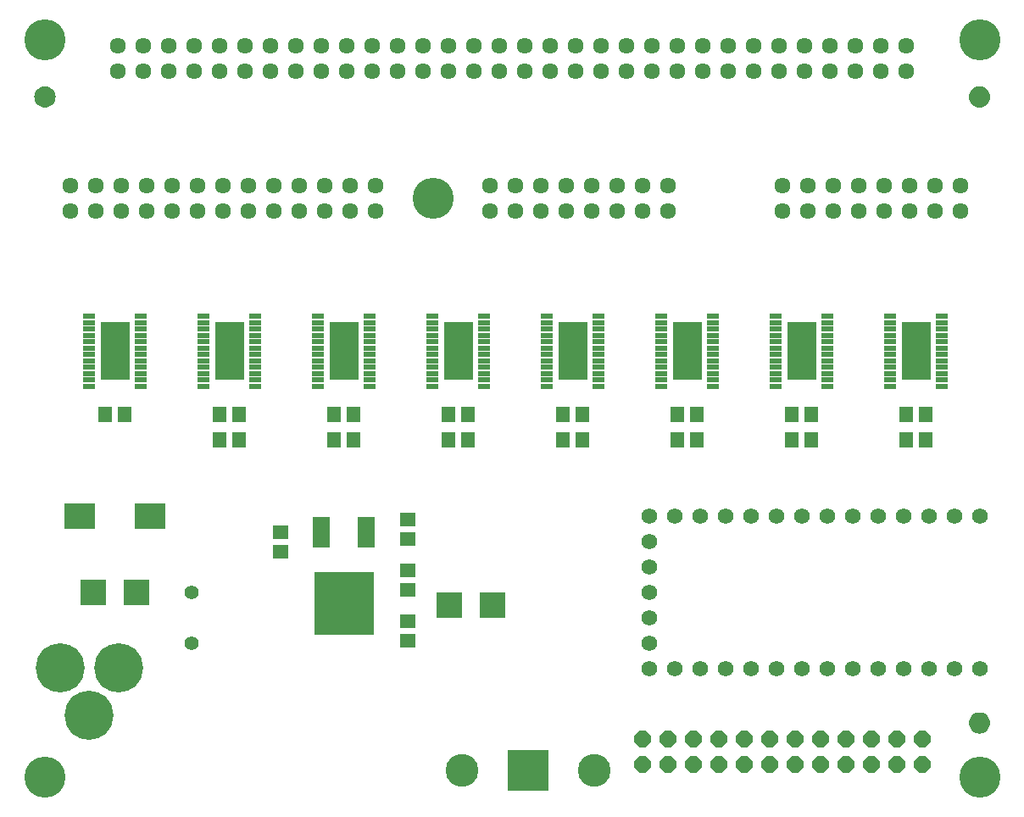
<source format=gts>
G04 EAGLE Gerber RS-274X export*
G75*
%MOMM*%
%FSLAX34Y34*%
%LPD*%
%AMOC8*
5,1,8,0,0,1.08239X$1,22.5*%
G01*
%ADD10C,4.101600*%
%ADD11R,1.244600X0.482600*%
%ADD12R,2.946400X5.740400*%
%ADD13C,1.574800*%
%ADD14R,4.064000X4.064000*%
%ADD15C,3.276600*%
%ADD16C,4.901600*%
%ADD17C,1.409600*%
%ADD18R,1.401600X1.601600*%
%ADD19C,1.609600*%
%ADD20R,2.501600X2.501600*%
%ADD21R,5.901600X6.301600*%
%ADD22R,1.701600X3.101600*%
%ADD23R,1.601600X1.401600*%
%ADD24R,3.101600X2.601600*%
%ADD25P,1.759533X8X22.500000*%

G36*
X966992Y700720D02*
X966992Y700720D01*
X967035Y700732D01*
X967101Y700739D01*
X968784Y701190D01*
X968825Y701209D01*
X968888Y701228D01*
X970468Y701965D01*
X970505Y701991D01*
X970564Y702020D01*
X971992Y703020D01*
X972023Y703052D01*
X972076Y703091D01*
X973309Y704324D01*
X973334Y704360D01*
X973380Y704408D01*
X974380Y705836D01*
X974398Y705877D01*
X974435Y705932D01*
X975172Y707512D01*
X975183Y707555D01*
X975210Y707616D01*
X975661Y709299D01*
X975663Y709331D01*
X975670Y709352D01*
X975670Y709367D01*
X975680Y709408D01*
X975832Y711145D01*
X975828Y711189D01*
X975832Y711255D01*
X975680Y712992D01*
X975668Y713035D01*
X975661Y713101D01*
X975210Y714784D01*
X975191Y714825D01*
X975172Y714888D01*
X974435Y716468D01*
X974409Y716505D01*
X974380Y716564D01*
X973380Y717992D01*
X973348Y718023D01*
X973309Y718076D01*
X972076Y719309D01*
X972040Y719334D01*
X971992Y719380D01*
X970564Y720380D01*
X970523Y720398D01*
X970468Y720435D01*
X968888Y721172D01*
X968845Y721183D01*
X968784Y721210D01*
X967101Y721661D01*
X967056Y721664D01*
X966992Y721680D01*
X965255Y721832D01*
X965211Y721828D01*
X965145Y721832D01*
X963408Y721680D01*
X963365Y721668D01*
X963299Y721661D01*
X961616Y721210D01*
X961575Y721191D01*
X961512Y721172D01*
X959932Y720435D01*
X959895Y720409D01*
X959836Y720380D01*
X958408Y719380D01*
X958377Y719348D01*
X958324Y719309D01*
X957091Y718076D01*
X957066Y718040D01*
X957020Y717992D01*
X956020Y716564D01*
X956002Y716523D01*
X955965Y716468D01*
X955228Y714888D01*
X955217Y714845D01*
X955190Y714784D01*
X954739Y713101D01*
X954736Y713056D01*
X954720Y712992D01*
X954568Y711255D01*
X954572Y711211D01*
X954568Y711145D01*
X954720Y709408D01*
X954732Y709365D01*
X954736Y709331D01*
X954736Y709315D01*
X954738Y709310D01*
X954739Y709299D01*
X955190Y707616D01*
X955209Y707575D01*
X955228Y707512D01*
X955965Y705932D01*
X955991Y705895D01*
X956020Y705836D01*
X957020Y704408D01*
X957052Y704377D01*
X957091Y704324D01*
X958324Y703091D01*
X958360Y703066D01*
X958408Y703020D01*
X959836Y702020D01*
X959877Y702002D01*
X959932Y701965D01*
X961512Y701228D01*
X961555Y701217D01*
X961616Y701190D01*
X963299Y700739D01*
X963344Y700736D01*
X963408Y700720D01*
X965145Y700568D01*
X965189Y700572D01*
X965255Y700568D01*
X966992Y700720D01*
G37*
G36*
X33542Y700720D02*
X33542Y700720D01*
X33585Y700732D01*
X33651Y700739D01*
X35334Y701190D01*
X35375Y701209D01*
X35438Y701228D01*
X37018Y701965D01*
X37055Y701991D01*
X37114Y702020D01*
X38542Y703020D01*
X38573Y703052D01*
X38626Y703091D01*
X39859Y704324D01*
X39884Y704360D01*
X39930Y704408D01*
X40930Y705836D01*
X40948Y705877D01*
X40985Y705932D01*
X41722Y707512D01*
X41733Y707555D01*
X41760Y707616D01*
X42211Y709299D01*
X42213Y709331D01*
X42220Y709352D01*
X42220Y709367D01*
X42230Y709408D01*
X42382Y711145D01*
X42378Y711189D01*
X42382Y711255D01*
X42230Y712992D01*
X42218Y713035D01*
X42211Y713101D01*
X41760Y714784D01*
X41741Y714825D01*
X41722Y714888D01*
X40985Y716468D01*
X40959Y716505D01*
X40930Y716564D01*
X39930Y717992D01*
X39898Y718023D01*
X39859Y718076D01*
X38626Y719309D01*
X38590Y719334D01*
X38542Y719380D01*
X37114Y720380D01*
X37073Y720398D01*
X37018Y720435D01*
X35438Y721172D01*
X35395Y721183D01*
X35334Y721210D01*
X33651Y721661D01*
X33606Y721664D01*
X33542Y721680D01*
X31805Y721832D01*
X31761Y721828D01*
X31695Y721832D01*
X29958Y721680D01*
X29915Y721668D01*
X29849Y721661D01*
X28166Y721210D01*
X28125Y721191D01*
X28062Y721172D01*
X26482Y720435D01*
X26445Y720409D01*
X26386Y720380D01*
X24958Y719380D01*
X24927Y719348D01*
X24874Y719309D01*
X23641Y718076D01*
X23616Y718040D01*
X23570Y717992D01*
X22570Y716564D01*
X22552Y716523D01*
X22515Y716468D01*
X21778Y714888D01*
X21767Y714845D01*
X21740Y714784D01*
X21289Y713101D01*
X21286Y713056D01*
X21270Y712992D01*
X21118Y711255D01*
X21122Y711211D01*
X21118Y711145D01*
X21270Y709408D01*
X21282Y709365D01*
X21286Y709331D01*
X21286Y709315D01*
X21288Y709310D01*
X21289Y709299D01*
X21740Y707616D01*
X21759Y707575D01*
X21778Y707512D01*
X22515Y705932D01*
X22541Y705895D01*
X22570Y705836D01*
X23570Y704408D01*
X23602Y704377D01*
X23641Y704324D01*
X24874Y703091D01*
X24910Y703066D01*
X24958Y703020D01*
X26386Y702020D01*
X26427Y702002D01*
X26482Y701965D01*
X28062Y701228D01*
X28105Y701217D01*
X28166Y701190D01*
X29849Y700739D01*
X29894Y700736D01*
X29958Y700720D01*
X31695Y700568D01*
X31739Y700572D01*
X31805Y700568D01*
X33542Y700720D01*
G37*
G36*
X966992Y75245D02*
X966992Y75245D01*
X967035Y75257D01*
X967101Y75264D01*
X968784Y75715D01*
X968825Y75734D01*
X968888Y75753D01*
X970468Y76490D01*
X970505Y76516D01*
X970564Y76545D01*
X971992Y77545D01*
X972023Y77577D01*
X972076Y77616D01*
X973309Y78849D01*
X973334Y78885D01*
X973380Y78933D01*
X974380Y80361D01*
X974398Y80402D01*
X974435Y80457D01*
X975172Y82037D01*
X975183Y82080D01*
X975210Y82141D01*
X975661Y83824D01*
X975663Y83856D01*
X975670Y83877D01*
X975670Y83892D01*
X975680Y83933D01*
X975832Y85670D01*
X975828Y85714D01*
X975832Y85780D01*
X975680Y87517D01*
X975668Y87560D01*
X975661Y87626D01*
X975210Y89309D01*
X975191Y89350D01*
X975172Y89413D01*
X974435Y90993D01*
X974409Y91030D01*
X974380Y91089D01*
X973380Y92517D01*
X973348Y92548D01*
X973309Y92601D01*
X972076Y93834D01*
X972040Y93859D01*
X971992Y93905D01*
X970564Y94905D01*
X970523Y94923D01*
X970468Y94960D01*
X968888Y95697D01*
X968845Y95708D01*
X968784Y95735D01*
X967101Y96186D01*
X967056Y96189D01*
X966992Y96205D01*
X965255Y96357D01*
X965211Y96353D01*
X965145Y96357D01*
X963408Y96205D01*
X963365Y96193D01*
X963299Y96186D01*
X961616Y95735D01*
X961575Y95716D01*
X961512Y95697D01*
X959932Y94960D01*
X959895Y94934D01*
X959836Y94905D01*
X958408Y93905D01*
X958377Y93873D01*
X958324Y93834D01*
X957091Y92601D01*
X957066Y92565D01*
X957020Y92517D01*
X956020Y91089D01*
X956002Y91048D01*
X955965Y90993D01*
X955228Y89413D01*
X955217Y89370D01*
X955190Y89309D01*
X954739Y87626D01*
X954736Y87581D01*
X954720Y87517D01*
X954568Y85780D01*
X954572Y85736D01*
X954568Y85670D01*
X954720Y83933D01*
X954732Y83890D01*
X954736Y83856D01*
X954736Y83840D01*
X954738Y83835D01*
X954739Y83824D01*
X955190Y82141D01*
X955209Y82100D01*
X955228Y82037D01*
X955965Y80457D01*
X955991Y80420D01*
X956020Y80361D01*
X957020Y78933D01*
X957052Y78902D01*
X957091Y78849D01*
X958324Y77616D01*
X958360Y77591D01*
X958408Y77545D01*
X959836Y76545D01*
X959877Y76527D01*
X959932Y76490D01*
X961512Y75753D01*
X961555Y75742D01*
X961616Y75715D01*
X963299Y75264D01*
X963344Y75261D01*
X963408Y75245D01*
X965145Y75093D01*
X965189Y75097D01*
X965255Y75093D01*
X966992Y75245D01*
G37*
D10*
X965200Y31750D03*
X31750Y31750D03*
X31750Y768350D03*
X965200Y768350D03*
X419100Y609600D03*
D11*
X813562Y492125D03*
X813562Y485775D03*
X813562Y479425D03*
X813562Y473075D03*
X813562Y466725D03*
X813562Y460375D03*
X813562Y454025D03*
X813562Y447675D03*
X813562Y441325D03*
X813562Y434975D03*
X813562Y428625D03*
X813562Y422275D03*
X761238Y492125D03*
X761238Y485775D03*
X761238Y479425D03*
X761238Y473075D03*
X761238Y466725D03*
X761238Y460375D03*
X761238Y454025D03*
X761238Y447675D03*
X761238Y441325D03*
X761238Y434975D03*
X761238Y428625D03*
X761238Y422275D03*
D12*
X787400Y457200D03*
D11*
X699262Y492125D03*
X699262Y485775D03*
X699262Y479425D03*
X699262Y473075D03*
X699262Y466725D03*
X699262Y460375D03*
X699262Y454025D03*
X699262Y447675D03*
X699262Y441325D03*
X699262Y434975D03*
X699262Y428625D03*
X699262Y422275D03*
X646938Y492125D03*
X646938Y485775D03*
X646938Y479425D03*
X646938Y473075D03*
X646938Y466725D03*
X646938Y460375D03*
X646938Y454025D03*
X646938Y447675D03*
X646938Y441325D03*
X646938Y434975D03*
X646938Y428625D03*
X646938Y422275D03*
D12*
X673100Y457200D03*
D11*
X584962Y492125D03*
X584962Y485775D03*
X584962Y479425D03*
X584962Y473075D03*
X584962Y466725D03*
X584962Y460375D03*
X584962Y454025D03*
X584962Y447675D03*
X584962Y441325D03*
X584962Y434975D03*
X584962Y428625D03*
X584962Y422275D03*
X532638Y492125D03*
X532638Y485775D03*
X532638Y479425D03*
X532638Y473075D03*
X532638Y466725D03*
X532638Y460375D03*
X532638Y454025D03*
X532638Y447675D03*
X532638Y441325D03*
X532638Y434975D03*
X532638Y428625D03*
X532638Y422275D03*
D12*
X558800Y457200D03*
D11*
X470662Y492125D03*
X470662Y485775D03*
X470662Y479425D03*
X470662Y473075D03*
X470662Y466725D03*
X470662Y460375D03*
X470662Y454025D03*
X470662Y447675D03*
X470662Y441325D03*
X470662Y434975D03*
X470662Y428625D03*
X470662Y422275D03*
X418338Y492125D03*
X418338Y485775D03*
X418338Y479425D03*
X418338Y473075D03*
X418338Y466725D03*
X418338Y460375D03*
X418338Y454025D03*
X418338Y447675D03*
X418338Y441325D03*
X418338Y434975D03*
X418338Y428625D03*
X418338Y422275D03*
D12*
X444500Y457200D03*
D11*
X356362Y492125D03*
X356362Y485775D03*
X356362Y479425D03*
X356362Y473075D03*
X356362Y466725D03*
X356362Y460375D03*
X356362Y454025D03*
X356362Y447675D03*
X356362Y441325D03*
X356362Y434975D03*
X356362Y428625D03*
X356362Y422275D03*
X304038Y492125D03*
X304038Y485775D03*
X304038Y479425D03*
X304038Y473075D03*
X304038Y466725D03*
X304038Y460375D03*
X304038Y454025D03*
X304038Y447675D03*
X304038Y441325D03*
X304038Y434975D03*
X304038Y428625D03*
X304038Y422275D03*
D12*
X330200Y457200D03*
D11*
X242062Y492125D03*
X242062Y485775D03*
X242062Y479425D03*
X242062Y473075D03*
X242062Y466725D03*
X242062Y460375D03*
X242062Y454025D03*
X242062Y447675D03*
X242062Y441325D03*
X242062Y434975D03*
X242062Y428625D03*
X242062Y422275D03*
X189738Y492125D03*
X189738Y485775D03*
X189738Y479425D03*
X189738Y473075D03*
X189738Y466725D03*
X189738Y460375D03*
X189738Y454025D03*
X189738Y447675D03*
X189738Y441325D03*
X189738Y434975D03*
X189738Y428625D03*
X189738Y422275D03*
D12*
X215900Y457200D03*
D11*
X127762Y492125D03*
X127762Y485775D03*
X127762Y479425D03*
X127762Y473075D03*
X127762Y466725D03*
X127762Y460375D03*
X127762Y454025D03*
X127762Y447675D03*
X127762Y441325D03*
X127762Y434975D03*
X127762Y428625D03*
X127762Y422275D03*
X75438Y492125D03*
X75438Y485775D03*
X75438Y479425D03*
X75438Y473075D03*
X75438Y466725D03*
X75438Y460375D03*
X75438Y454025D03*
X75438Y447675D03*
X75438Y441325D03*
X75438Y434975D03*
X75438Y428625D03*
X75438Y422275D03*
D12*
X101600Y457200D03*
D13*
X965200Y292100D03*
X939800Y292100D03*
X914400Y292100D03*
X889000Y292100D03*
X863600Y292100D03*
X838200Y292100D03*
X812800Y292100D03*
X787400Y292100D03*
X762000Y292100D03*
X736600Y292100D03*
X711200Y292100D03*
X685800Y292100D03*
X660400Y292100D03*
X635000Y292100D03*
X635000Y266700D03*
X635000Y241300D03*
X635000Y215900D03*
X635000Y190500D03*
X635000Y165100D03*
X635000Y139700D03*
X660400Y139700D03*
X685800Y139700D03*
X711200Y139700D03*
X736600Y139700D03*
X762000Y139700D03*
X787400Y139700D03*
X812800Y139700D03*
X838200Y139700D03*
X863600Y139700D03*
X889000Y139700D03*
X914400Y139700D03*
X939800Y139700D03*
X965200Y139700D03*
D14*
X514350Y38100D03*
D15*
X580390Y38100D03*
X448310Y38100D03*
D16*
X75600Y93700D03*
X105600Y140700D03*
X46600Y140700D03*
D17*
X177800Y165100D03*
X177800Y215900D03*
D11*
X927862Y492125D03*
X927862Y485775D03*
X927862Y479425D03*
X927862Y473075D03*
X927862Y466725D03*
X927862Y460375D03*
X927862Y454025D03*
X927862Y447675D03*
X927862Y441325D03*
X927862Y434975D03*
X927862Y428625D03*
X927862Y422275D03*
X875538Y492125D03*
X875538Y485775D03*
X875538Y479425D03*
X875538Y473075D03*
X875538Y466725D03*
X875538Y460375D03*
X875538Y454025D03*
X875538Y447675D03*
X875538Y441325D03*
X875538Y434975D03*
X875538Y428625D03*
X875538Y422275D03*
D12*
X901700Y457200D03*
D18*
X796900Y368300D03*
X777900Y368300D03*
X682600Y368300D03*
X663600Y368300D03*
X568300Y368300D03*
X549300Y368300D03*
X454000Y368300D03*
X435000Y368300D03*
X339700Y368300D03*
X320700Y368300D03*
X225400Y368300D03*
X206400Y368300D03*
X911200Y368300D03*
X892200Y368300D03*
D19*
X476250Y622300D03*
X476250Y596900D03*
X501650Y622300D03*
X501650Y596900D03*
X527050Y622300D03*
X527050Y596900D03*
X552450Y622300D03*
X552450Y596900D03*
X577850Y622300D03*
X577850Y596900D03*
X603250Y622300D03*
X603250Y596900D03*
X628650Y622300D03*
X628650Y596900D03*
X654050Y622300D03*
X654050Y596900D03*
X768350Y622300D03*
X768350Y596900D03*
X793750Y622300D03*
X793750Y596900D03*
X819150Y622300D03*
X819150Y596900D03*
X844550Y622300D03*
X844550Y596900D03*
X869950Y622300D03*
X869950Y596900D03*
X895350Y622300D03*
X895350Y596900D03*
X920750Y622300D03*
X920750Y596900D03*
X946150Y622300D03*
X946150Y596900D03*
X57150Y622300D03*
X57150Y596900D03*
X82550Y622300D03*
X82550Y596900D03*
X107950Y622300D03*
X107950Y596900D03*
X133350Y622300D03*
X133350Y596900D03*
X158750Y622300D03*
X158750Y596900D03*
X184150Y622300D03*
X184150Y596900D03*
X209550Y622300D03*
X209550Y596900D03*
X234950Y622300D03*
X234950Y596900D03*
X260350Y622300D03*
X260350Y596900D03*
X285750Y622300D03*
X285750Y596900D03*
X311150Y622300D03*
X311150Y596900D03*
X336550Y622300D03*
X336550Y596900D03*
X361950Y622300D03*
X361950Y596900D03*
X104775Y736600D03*
X104775Y762000D03*
X130175Y736600D03*
X130175Y762000D03*
X155575Y736600D03*
X155575Y762000D03*
X180975Y736600D03*
X180975Y762000D03*
X206375Y736600D03*
X206375Y762000D03*
X231775Y736600D03*
X231775Y762000D03*
X257175Y736600D03*
X257175Y762000D03*
X282575Y736600D03*
X282575Y762000D03*
X307975Y736600D03*
X307975Y762000D03*
X333375Y736600D03*
X333375Y762000D03*
X358775Y736600D03*
X358775Y762000D03*
X384175Y736600D03*
X384175Y762000D03*
X409575Y736600D03*
X409575Y762000D03*
X434975Y736600D03*
X434975Y762000D03*
X460375Y736600D03*
X460375Y762000D03*
X485775Y736600D03*
X485775Y762000D03*
X511175Y736600D03*
X511175Y762000D03*
X536575Y736600D03*
X536575Y762000D03*
X561975Y736600D03*
X561975Y762000D03*
X587375Y736600D03*
X587375Y762000D03*
X612775Y736600D03*
X612775Y762000D03*
X638175Y736600D03*
X638175Y762000D03*
X663575Y736600D03*
X663575Y762000D03*
X688975Y736600D03*
X688975Y762000D03*
X714375Y736600D03*
X714375Y762000D03*
X739775Y736600D03*
X739775Y762000D03*
X765175Y736600D03*
X765175Y762000D03*
X790575Y736600D03*
X790575Y762000D03*
X815975Y736600D03*
X815975Y762000D03*
X841375Y736600D03*
X841375Y762000D03*
X866775Y736600D03*
X866775Y762000D03*
X892175Y736600D03*
X892175Y762000D03*
D18*
X111100Y393700D03*
X92100Y393700D03*
X225400Y393700D03*
X206400Y393700D03*
X339700Y393700D03*
X320700Y393700D03*
X454000Y393700D03*
X435000Y393700D03*
X568300Y393700D03*
X549300Y393700D03*
X682600Y393700D03*
X663600Y393700D03*
X796900Y393700D03*
X777900Y393700D03*
X911200Y393700D03*
X892200Y393700D03*
D20*
X79600Y215900D03*
X123600Y215900D03*
X479200Y203200D03*
X435200Y203200D03*
D21*
X330200Y204800D03*
D22*
X353000Y276600D03*
X307400Y276600D03*
D23*
X393700Y238100D03*
X393700Y219100D03*
X393700Y288900D03*
X393700Y269900D03*
X266700Y276200D03*
X266700Y257200D03*
X393700Y187300D03*
X393700Y168300D03*
D24*
X66600Y292100D03*
X136600Y292100D03*
D25*
X628650Y44450D03*
X654050Y44450D03*
X679450Y44450D03*
X704850Y44450D03*
X730250Y44450D03*
X755650Y44450D03*
X628650Y69850D03*
X654050Y69850D03*
X679450Y69850D03*
X704850Y69850D03*
X730250Y69850D03*
X755650Y69850D03*
X781050Y44450D03*
X806450Y44450D03*
X831850Y44450D03*
X857250Y44450D03*
X882650Y44450D03*
X908050Y44450D03*
X781050Y69850D03*
X806450Y69850D03*
X831850Y69850D03*
X857250Y69850D03*
X882650Y69850D03*
X908050Y69850D03*
M02*

</source>
